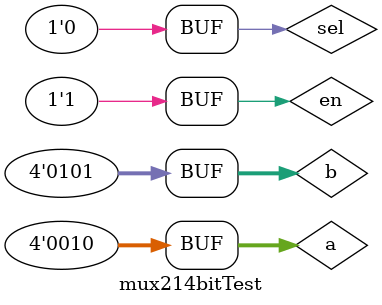
<source format=v>
`timescale 1ns / 1ps


module mux214bitTest;
reg [3:0] a,b;
reg sel,en;
wire [3:0] out;

//module mux2_1_4bit(a,b,en,sel,out);
mux2_1_4bit uut(a,b,en,sel,out);

initial begin
a = 4'h2;
b = 4'h5;
en = 1;
sel = 0;

end
endmodule

</source>
